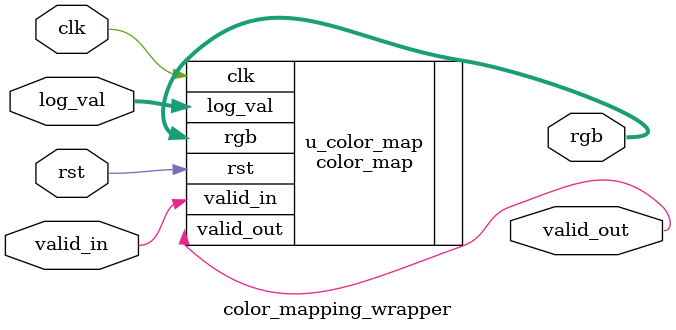
<source format=v>
module color_mapping_wrapper (
    input  wire       clk,
    input  wire       rst,

    input  wire [7:0] log_val,
    input  wire       valid_in,

    output wire [23:0] rgb,
    output wire        valid_out
);

    color_map u_color_map (
        .clk(clk),
        .rst(rst),
        .log_val(log_val),
        .valid_in(valid_in),
        .rgb(rgb),
        .valid_out(valid_out)
    );

endmodule

</source>
